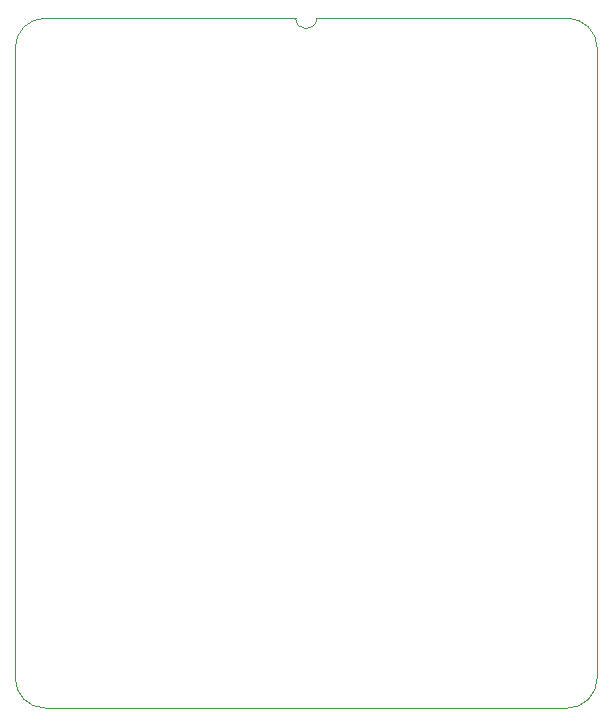
<source format=gm1>
%TF.GenerationSoftware,KiCad,Pcbnew,7.0.5*%
%TF.CreationDate,2024-02-09T14:35:09+02:00*%
%TF.ProjectId,GPIO 16bit,4750494f-2031-4366-9269-742e6b696361,V0*%
%TF.SameCoordinates,Original*%
%TF.FileFunction,Profile,NP*%
%FSLAX46Y46*%
G04 Gerber Fmt 4.6, Leading zero omitted, Abs format (unit mm)*
G04 Created by KiCad (PCBNEW 7.0.5) date 2024-02-09 14:35:09*
%MOMM*%
%LPD*%
G01*
G04 APERTURE LIST*
%TA.AperFunction,Profile*%
%ADD10C,0.100000*%
%TD*%
G04 APERTURE END LIST*
D10*
X136271000Y-48260000D02*
G75*
G03*
X138049000Y-48260000I889000J0D01*
G01*
X159258000Y-48260000D02*
X138049000Y-48260000D01*
X115062000Y-48260000D02*
G75*
G03*
X112522000Y-50800000I0J-2540000D01*
G01*
X112522000Y-50800000D02*
X112522000Y-104140000D01*
X112522000Y-104140000D02*
G75*
G03*
X115062000Y-106680000I2540000J0D01*
G01*
X159258000Y-106680000D02*
G75*
G03*
X161798000Y-104140000I0J2540000D01*
G01*
X159258000Y-106680000D02*
X115062000Y-106680000D01*
X136271000Y-48260000D02*
X115062000Y-48260000D01*
X161798000Y-50800000D02*
G75*
G03*
X159258000Y-48260000I-2540100J-100D01*
G01*
X161798000Y-50800000D02*
X161798000Y-104140000D01*
M02*

</source>
